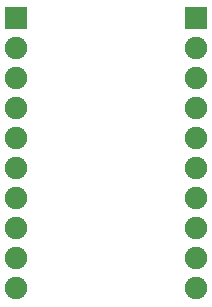
<source format=gbs>
G04 DipTrace 3.0.0.2*
G04 MSP4302311_20.gbs*
%MOIN*%
G04 #@! TF.FileFunction,Soldermask,Bot*
G04 #@! TF.Part,Single*
%ADD29C,0.074929*%
%ADD31R,0.074929X0.074929*%
%FSLAX26Y26*%
G04*
G70*
G90*
G75*
G01*
G04 BotMask*
%LPD*%
D31*
X494000Y1544000D3*
D29*
Y1444000D3*
Y1344000D3*
Y1244000D3*
Y1144000D3*
Y1044000D3*
Y944000D3*
Y844000D3*
Y744000D3*
Y644000D3*
D31*
X1094000Y1544000D3*
D29*
Y1444000D3*
Y1344000D3*
Y1244000D3*
Y1144000D3*
Y1044000D3*
Y944000D3*
Y844000D3*
Y744000D3*
Y644000D3*
M02*

</source>
